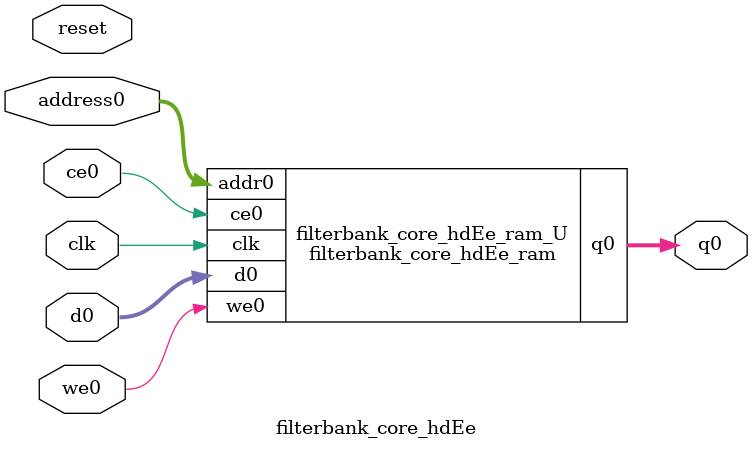
<source format=v>

`timescale 1 ns / 1 ps
module filterbank_core_hdEe_ram (addr0, ce0, d0, we0, q0,  clk);

parameter DWIDTH = 32;
parameter AWIDTH = 8;
parameter MEM_SIZE = 256;

input[AWIDTH-1:0] addr0;
input ce0;
input[DWIDTH-1:0] d0;
input we0;
output reg[DWIDTH-1:0] q0;
input clk;

(* ram_style = "block" *)reg [DWIDTH-1:0] ram[0:MEM_SIZE-1];




always @(posedge clk)  
begin 
    if (ce0) 
    begin
        if (we0) 
        begin 
            ram[addr0] <= d0; 
            q0 <= d0;
        end 
        else 
            q0 <= ram[addr0];
    end
end


endmodule


`timescale 1 ns / 1 ps
module filterbank_core_hdEe(
    reset,
    clk,
    address0,
    ce0,
    we0,
    d0,
    q0);

parameter DataWidth = 32'd32;
parameter AddressRange = 32'd256;
parameter AddressWidth = 32'd8;
input reset;
input clk;
input[AddressWidth - 1:0] address0;
input ce0;
input we0;
input[DataWidth - 1:0] d0;
output[DataWidth - 1:0] q0;



filterbank_core_hdEe_ram filterbank_core_hdEe_ram_U(
    .clk( clk ),
    .addr0( address0 ),
    .ce0( ce0 ),
    .d0( d0 ),
    .we0( we0 ),
    .q0( q0 ));

endmodule


</source>
